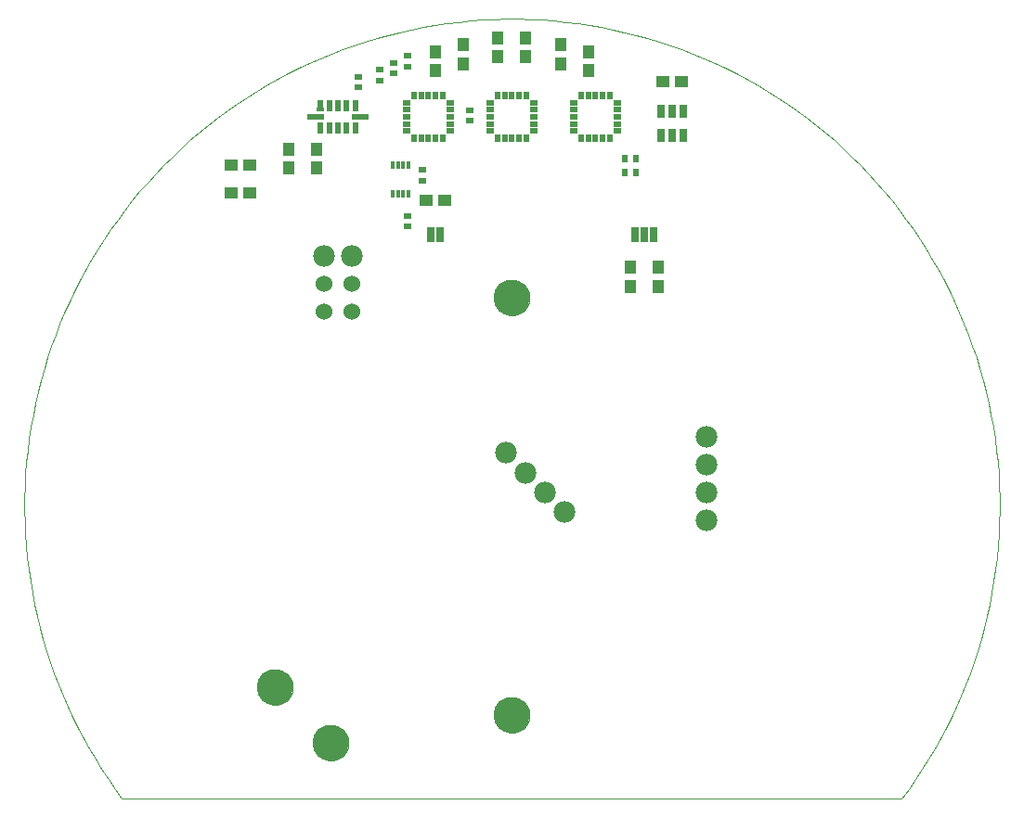
<source format=gts>
G75*
%MOIN*%
%OFA0B0*%
%FSLAX25Y25*%
%IPPOS*%
%LPD*%
%AMOC8*
5,1,8,0,0,1.08239X$1,22.5*
%
%ADD10C,0.00000*%
%ADD11C,0.12998*%
%ADD12R,0.04337X0.04731*%
%ADD13C,0.07800*%
%ADD14R,0.02369X0.03943*%
%ADD15R,0.05912X0.02369*%
%ADD16R,0.02953X0.01772*%
%ADD17R,0.02565X0.01975*%
%ADD18R,0.01975X0.02565*%
%ADD19R,0.02800X0.02200*%
%ADD20R,0.01581X0.02959*%
%ADD21R,0.02200X0.02800*%
%ADD22C,0.06000*%
%ADD23R,0.03156X0.04731*%
%ADD24R,0.02762X0.04731*%
%ADD25R,0.04731X0.04337*%
%ADD26R,0.02900X0.05400*%
D10*
X0062200Y0017200D02*
X0342200Y0017200D01*
X0195901Y0047200D02*
X0195903Y0047358D01*
X0195909Y0047516D01*
X0195919Y0047674D01*
X0195933Y0047832D01*
X0195951Y0047989D01*
X0195972Y0048146D01*
X0195998Y0048302D01*
X0196028Y0048458D01*
X0196061Y0048613D01*
X0196099Y0048766D01*
X0196140Y0048919D01*
X0196185Y0049071D01*
X0196234Y0049222D01*
X0196287Y0049371D01*
X0196343Y0049519D01*
X0196403Y0049665D01*
X0196467Y0049810D01*
X0196535Y0049953D01*
X0196606Y0050095D01*
X0196680Y0050235D01*
X0196758Y0050372D01*
X0196840Y0050508D01*
X0196924Y0050642D01*
X0197013Y0050773D01*
X0197104Y0050902D01*
X0197199Y0051029D01*
X0197296Y0051154D01*
X0197397Y0051276D01*
X0197501Y0051395D01*
X0197608Y0051512D01*
X0197718Y0051626D01*
X0197831Y0051737D01*
X0197946Y0051846D01*
X0198064Y0051951D01*
X0198185Y0052053D01*
X0198308Y0052153D01*
X0198434Y0052249D01*
X0198562Y0052342D01*
X0198692Y0052432D01*
X0198825Y0052518D01*
X0198960Y0052602D01*
X0199096Y0052681D01*
X0199235Y0052758D01*
X0199376Y0052830D01*
X0199518Y0052900D01*
X0199662Y0052965D01*
X0199808Y0053027D01*
X0199955Y0053085D01*
X0200104Y0053140D01*
X0200254Y0053191D01*
X0200405Y0053238D01*
X0200557Y0053281D01*
X0200710Y0053320D01*
X0200865Y0053356D01*
X0201020Y0053387D01*
X0201176Y0053415D01*
X0201332Y0053439D01*
X0201489Y0053459D01*
X0201647Y0053475D01*
X0201804Y0053487D01*
X0201963Y0053495D01*
X0202121Y0053499D01*
X0202279Y0053499D01*
X0202437Y0053495D01*
X0202596Y0053487D01*
X0202753Y0053475D01*
X0202911Y0053459D01*
X0203068Y0053439D01*
X0203224Y0053415D01*
X0203380Y0053387D01*
X0203535Y0053356D01*
X0203690Y0053320D01*
X0203843Y0053281D01*
X0203995Y0053238D01*
X0204146Y0053191D01*
X0204296Y0053140D01*
X0204445Y0053085D01*
X0204592Y0053027D01*
X0204738Y0052965D01*
X0204882Y0052900D01*
X0205024Y0052830D01*
X0205165Y0052758D01*
X0205304Y0052681D01*
X0205440Y0052602D01*
X0205575Y0052518D01*
X0205708Y0052432D01*
X0205838Y0052342D01*
X0205966Y0052249D01*
X0206092Y0052153D01*
X0206215Y0052053D01*
X0206336Y0051951D01*
X0206454Y0051846D01*
X0206569Y0051737D01*
X0206682Y0051626D01*
X0206792Y0051512D01*
X0206899Y0051395D01*
X0207003Y0051276D01*
X0207104Y0051154D01*
X0207201Y0051029D01*
X0207296Y0050902D01*
X0207387Y0050773D01*
X0207476Y0050642D01*
X0207560Y0050508D01*
X0207642Y0050372D01*
X0207720Y0050235D01*
X0207794Y0050095D01*
X0207865Y0049953D01*
X0207933Y0049810D01*
X0207997Y0049665D01*
X0208057Y0049519D01*
X0208113Y0049371D01*
X0208166Y0049222D01*
X0208215Y0049071D01*
X0208260Y0048919D01*
X0208301Y0048766D01*
X0208339Y0048613D01*
X0208372Y0048458D01*
X0208402Y0048302D01*
X0208428Y0048146D01*
X0208449Y0047989D01*
X0208467Y0047832D01*
X0208481Y0047674D01*
X0208491Y0047516D01*
X0208497Y0047358D01*
X0208499Y0047200D01*
X0208497Y0047042D01*
X0208491Y0046884D01*
X0208481Y0046726D01*
X0208467Y0046568D01*
X0208449Y0046411D01*
X0208428Y0046254D01*
X0208402Y0046098D01*
X0208372Y0045942D01*
X0208339Y0045787D01*
X0208301Y0045634D01*
X0208260Y0045481D01*
X0208215Y0045329D01*
X0208166Y0045178D01*
X0208113Y0045029D01*
X0208057Y0044881D01*
X0207997Y0044735D01*
X0207933Y0044590D01*
X0207865Y0044447D01*
X0207794Y0044305D01*
X0207720Y0044165D01*
X0207642Y0044028D01*
X0207560Y0043892D01*
X0207476Y0043758D01*
X0207387Y0043627D01*
X0207296Y0043498D01*
X0207201Y0043371D01*
X0207104Y0043246D01*
X0207003Y0043124D01*
X0206899Y0043005D01*
X0206792Y0042888D01*
X0206682Y0042774D01*
X0206569Y0042663D01*
X0206454Y0042554D01*
X0206336Y0042449D01*
X0206215Y0042347D01*
X0206092Y0042247D01*
X0205966Y0042151D01*
X0205838Y0042058D01*
X0205708Y0041968D01*
X0205575Y0041882D01*
X0205440Y0041798D01*
X0205304Y0041719D01*
X0205165Y0041642D01*
X0205024Y0041570D01*
X0204882Y0041500D01*
X0204738Y0041435D01*
X0204592Y0041373D01*
X0204445Y0041315D01*
X0204296Y0041260D01*
X0204146Y0041209D01*
X0203995Y0041162D01*
X0203843Y0041119D01*
X0203690Y0041080D01*
X0203535Y0041044D01*
X0203380Y0041013D01*
X0203224Y0040985D01*
X0203068Y0040961D01*
X0202911Y0040941D01*
X0202753Y0040925D01*
X0202596Y0040913D01*
X0202437Y0040905D01*
X0202279Y0040901D01*
X0202121Y0040901D01*
X0201963Y0040905D01*
X0201804Y0040913D01*
X0201647Y0040925D01*
X0201489Y0040941D01*
X0201332Y0040961D01*
X0201176Y0040985D01*
X0201020Y0041013D01*
X0200865Y0041044D01*
X0200710Y0041080D01*
X0200557Y0041119D01*
X0200405Y0041162D01*
X0200254Y0041209D01*
X0200104Y0041260D01*
X0199955Y0041315D01*
X0199808Y0041373D01*
X0199662Y0041435D01*
X0199518Y0041500D01*
X0199376Y0041570D01*
X0199235Y0041642D01*
X0199096Y0041719D01*
X0198960Y0041798D01*
X0198825Y0041882D01*
X0198692Y0041968D01*
X0198562Y0042058D01*
X0198434Y0042151D01*
X0198308Y0042247D01*
X0198185Y0042347D01*
X0198064Y0042449D01*
X0197946Y0042554D01*
X0197831Y0042663D01*
X0197718Y0042774D01*
X0197608Y0042888D01*
X0197501Y0043005D01*
X0197397Y0043124D01*
X0197296Y0043246D01*
X0197199Y0043371D01*
X0197104Y0043498D01*
X0197013Y0043627D01*
X0196924Y0043758D01*
X0196840Y0043892D01*
X0196758Y0044028D01*
X0196680Y0044165D01*
X0196606Y0044305D01*
X0196535Y0044447D01*
X0196467Y0044590D01*
X0196403Y0044735D01*
X0196343Y0044881D01*
X0196287Y0045029D01*
X0196234Y0045178D01*
X0196185Y0045329D01*
X0196140Y0045481D01*
X0196099Y0045634D01*
X0196061Y0045787D01*
X0196028Y0045942D01*
X0195998Y0046098D01*
X0195972Y0046254D01*
X0195951Y0046411D01*
X0195933Y0046568D01*
X0195919Y0046726D01*
X0195909Y0046884D01*
X0195903Y0047042D01*
X0195901Y0047200D01*
X0130901Y0037200D02*
X0130903Y0037358D01*
X0130909Y0037516D01*
X0130919Y0037674D01*
X0130933Y0037832D01*
X0130951Y0037989D01*
X0130972Y0038146D01*
X0130998Y0038302D01*
X0131028Y0038458D01*
X0131061Y0038613D01*
X0131099Y0038766D01*
X0131140Y0038919D01*
X0131185Y0039071D01*
X0131234Y0039222D01*
X0131287Y0039371D01*
X0131343Y0039519D01*
X0131403Y0039665D01*
X0131467Y0039810D01*
X0131535Y0039953D01*
X0131606Y0040095D01*
X0131680Y0040235D01*
X0131758Y0040372D01*
X0131840Y0040508D01*
X0131924Y0040642D01*
X0132013Y0040773D01*
X0132104Y0040902D01*
X0132199Y0041029D01*
X0132296Y0041154D01*
X0132397Y0041276D01*
X0132501Y0041395D01*
X0132608Y0041512D01*
X0132718Y0041626D01*
X0132831Y0041737D01*
X0132946Y0041846D01*
X0133064Y0041951D01*
X0133185Y0042053D01*
X0133308Y0042153D01*
X0133434Y0042249D01*
X0133562Y0042342D01*
X0133692Y0042432D01*
X0133825Y0042518D01*
X0133960Y0042602D01*
X0134096Y0042681D01*
X0134235Y0042758D01*
X0134376Y0042830D01*
X0134518Y0042900D01*
X0134662Y0042965D01*
X0134808Y0043027D01*
X0134955Y0043085D01*
X0135104Y0043140D01*
X0135254Y0043191D01*
X0135405Y0043238D01*
X0135557Y0043281D01*
X0135710Y0043320D01*
X0135865Y0043356D01*
X0136020Y0043387D01*
X0136176Y0043415D01*
X0136332Y0043439D01*
X0136489Y0043459D01*
X0136647Y0043475D01*
X0136804Y0043487D01*
X0136963Y0043495D01*
X0137121Y0043499D01*
X0137279Y0043499D01*
X0137437Y0043495D01*
X0137596Y0043487D01*
X0137753Y0043475D01*
X0137911Y0043459D01*
X0138068Y0043439D01*
X0138224Y0043415D01*
X0138380Y0043387D01*
X0138535Y0043356D01*
X0138690Y0043320D01*
X0138843Y0043281D01*
X0138995Y0043238D01*
X0139146Y0043191D01*
X0139296Y0043140D01*
X0139445Y0043085D01*
X0139592Y0043027D01*
X0139738Y0042965D01*
X0139882Y0042900D01*
X0140024Y0042830D01*
X0140165Y0042758D01*
X0140304Y0042681D01*
X0140440Y0042602D01*
X0140575Y0042518D01*
X0140708Y0042432D01*
X0140838Y0042342D01*
X0140966Y0042249D01*
X0141092Y0042153D01*
X0141215Y0042053D01*
X0141336Y0041951D01*
X0141454Y0041846D01*
X0141569Y0041737D01*
X0141682Y0041626D01*
X0141792Y0041512D01*
X0141899Y0041395D01*
X0142003Y0041276D01*
X0142104Y0041154D01*
X0142201Y0041029D01*
X0142296Y0040902D01*
X0142387Y0040773D01*
X0142476Y0040642D01*
X0142560Y0040508D01*
X0142642Y0040372D01*
X0142720Y0040235D01*
X0142794Y0040095D01*
X0142865Y0039953D01*
X0142933Y0039810D01*
X0142997Y0039665D01*
X0143057Y0039519D01*
X0143113Y0039371D01*
X0143166Y0039222D01*
X0143215Y0039071D01*
X0143260Y0038919D01*
X0143301Y0038766D01*
X0143339Y0038613D01*
X0143372Y0038458D01*
X0143402Y0038302D01*
X0143428Y0038146D01*
X0143449Y0037989D01*
X0143467Y0037832D01*
X0143481Y0037674D01*
X0143491Y0037516D01*
X0143497Y0037358D01*
X0143499Y0037200D01*
X0143497Y0037042D01*
X0143491Y0036884D01*
X0143481Y0036726D01*
X0143467Y0036568D01*
X0143449Y0036411D01*
X0143428Y0036254D01*
X0143402Y0036098D01*
X0143372Y0035942D01*
X0143339Y0035787D01*
X0143301Y0035634D01*
X0143260Y0035481D01*
X0143215Y0035329D01*
X0143166Y0035178D01*
X0143113Y0035029D01*
X0143057Y0034881D01*
X0142997Y0034735D01*
X0142933Y0034590D01*
X0142865Y0034447D01*
X0142794Y0034305D01*
X0142720Y0034165D01*
X0142642Y0034028D01*
X0142560Y0033892D01*
X0142476Y0033758D01*
X0142387Y0033627D01*
X0142296Y0033498D01*
X0142201Y0033371D01*
X0142104Y0033246D01*
X0142003Y0033124D01*
X0141899Y0033005D01*
X0141792Y0032888D01*
X0141682Y0032774D01*
X0141569Y0032663D01*
X0141454Y0032554D01*
X0141336Y0032449D01*
X0141215Y0032347D01*
X0141092Y0032247D01*
X0140966Y0032151D01*
X0140838Y0032058D01*
X0140708Y0031968D01*
X0140575Y0031882D01*
X0140440Y0031798D01*
X0140304Y0031719D01*
X0140165Y0031642D01*
X0140024Y0031570D01*
X0139882Y0031500D01*
X0139738Y0031435D01*
X0139592Y0031373D01*
X0139445Y0031315D01*
X0139296Y0031260D01*
X0139146Y0031209D01*
X0138995Y0031162D01*
X0138843Y0031119D01*
X0138690Y0031080D01*
X0138535Y0031044D01*
X0138380Y0031013D01*
X0138224Y0030985D01*
X0138068Y0030961D01*
X0137911Y0030941D01*
X0137753Y0030925D01*
X0137596Y0030913D01*
X0137437Y0030905D01*
X0137279Y0030901D01*
X0137121Y0030901D01*
X0136963Y0030905D01*
X0136804Y0030913D01*
X0136647Y0030925D01*
X0136489Y0030941D01*
X0136332Y0030961D01*
X0136176Y0030985D01*
X0136020Y0031013D01*
X0135865Y0031044D01*
X0135710Y0031080D01*
X0135557Y0031119D01*
X0135405Y0031162D01*
X0135254Y0031209D01*
X0135104Y0031260D01*
X0134955Y0031315D01*
X0134808Y0031373D01*
X0134662Y0031435D01*
X0134518Y0031500D01*
X0134376Y0031570D01*
X0134235Y0031642D01*
X0134096Y0031719D01*
X0133960Y0031798D01*
X0133825Y0031882D01*
X0133692Y0031968D01*
X0133562Y0032058D01*
X0133434Y0032151D01*
X0133308Y0032247D01*
X0133185Y0032347D01*
X0133064Y0032449D01*
X0132946Y0032554D01*
X0132831Y0032663D01*
X0132718Y0032774D01*
X0132608Y0032888D01*
X0132501Y0033005D01*
X0132397Y0033124D01*
X0132296Y0033246D01*
X0132199Y0033371D01*
X0132104Y0033498D01*
X0132013Y0033627D01*
X0131924Y0033758D01*
X0131840Y0033892D01*
X0131758Y0034028D01*
X0131680Y0034165D01*
X0131606Y0034305D01*
X0131535Y0034447D01*
X0131467Y0034590D01*
X0131403Y0034735D01*
X0131343Y0034881D01*
X0131287Y0035029D01*
X0131234Y0035178D01*
X0131185Y0035329D01*
X0131140Y0035481D01*
X0131099Y0035634D01*
X0131061Y0035787D01*
X0131028Y0035942D01*
X0130998Y0036098D01*
X0130972Y0036254D01*
X0130951Y0036411D01*
X0130933Y0036568D01*
X0130919Y0036726D01*
X0130909Y0036884D01*
X0130903Y0037042D01*
X0130901Y0037200D01*
X0110901Y0057200D02*
X0110903Y0057358D01*
X0110909Y0057516D01*
X0110919Y0057674D01*
X0110933Y0057832D01*
X0110951Y0057989D01*
X0110972Y0058146D01*
X0110998Y0058302D01*
X0111028Y0058458D01*
X0111061Y0058613D01*
X0111099Y0058766D01*
X0111140Y0058919D01*
X0111185Y0059071D01*
X0111234Y0059222D01*
X0111287Y0059371D01*
X0111343Y0059519D01*
X0111403Y0059665D01*
X0111467Y0059810D01*
X0111535Y0059953D01*
X0111606Y0060095D01*
X0111680Y0060235D01*
X0111758Y0060372D01*
X0111840Y0060508D01*
X0111924Y0060642D01*
X0112013Y0060773D01*
X0112104Y0060902D01*
X0112199Y0061029D01*
X0112296Y0061154D01*
X0112397Y0061276D01*
X0112501Y0061395D01*
X0112608Y0061512D01*
X0112718Y0061626D01*
X0112831Y0061737D01*
X0112946Y0061846D01*
X0113064Y0061951D01*
X0113185Y0062053D01*
X0113308Y0062153D01*
X0113434Y0062249D01*
X0113562Y0062342D01*
X0113692Y0062432D01*
X0113825Y0062518D01*
X0113960Y0062602D01*
X0114096Y0062681D01*
X0114235Y0062758D01*
X0114376Y0062830D01*
X0114518Y0062900D01*
X0114662Y0062965D01*
X0114808Y0063027D01*
X0114955Y0063085D01*
X0115104Y0063140D01*
X0115254Y0063191D01*
X0115405Y0063238D01*
X0115557Y0063281D01*
X0115710Y0063320D01*
X0115865Y0063356D01*
X0116020Y0063387D01*
X0116176Y0063415D01*
X0116332Y0063439D01*
X0116489Y0063459D01*
X0116647Y0063475D01*
X0116804Y0063487D01*
X0116963Y0063495D01*
X0117121Y0063499D01*
X0117279Y0063499D01*
X0117437Y0063495D01*
X0117596Y0063487D01*
X0117753Y0063475D01*
X0117911Y0063459D01*
X0118068Y0063439D01*
X0118224Y0063415D01*
X0118380Y0063387D01*
X0118535Y0063356D01*
X0118690Y0063320D01*
X0118843Y0063281D01*
X0118995Y0063238D01*
X0119146Y0063191D01*
X0119296Y0063140D01*
X0119445Y0063085D01*
X0119592Y0063027D01*
X0119738Y0062965D01*
X0119882Y0062900D01*
X0120024Y0062830D01*
X0120165Y0062758D01*
X0120304Y0062681D01*
X0120440Y0062602D01*
X0120575Y0062518D01*
X0120708Y0062432D01*
X0120838Y0062342D01*
X0120966Y0062249D01*
X0121092Y0062153D01*
X0121215Y0062053D01*
X0121336Y0061951D01*
X0121454Y0061846D01*
X0121569Y0061737D01*
X0121682Y0061626D01*
X0121792Y0061512D01*
X0121899Y0061395D01*
X0122003Y0061276D01*
X0122104Y0061154D01*
X0122201Y0061029D01*
X0122296Y0060902D01*
X0122387Y0060773D01*
X0122476Y0060642D01*
X0122560Y0060508D01*
X0122642Y0060372D01*
X0122720Y0060235D01*
X0122794Y0060095D01*
X0122865Y0059953D01*
X0122933Y0059810D01*
X0122997Y0059665D01*
X0123057Y0059519D01*
X0123113Y0059371D01*
X0123166Y0059222D01*
X0123215Y0059071D01*
X0123260Y0058919D01*
X0123301Y0058766D01*
X0123339Y0058613D01*
X0123372Y0058458D01*
X0123402Y0058302D01*
X0123428Y0058146D01*
X0123449Y0057989D01*
X0123467Y0057832D01*
X0123481Y0057674D01*
X0123491Y0057516D01*
X0123497Y0057358D01*
X0123499Y0057200D01*
X0123497Y0057042D01*
X0123491Y0056884D01*
X0123481Y0056726D01*
X0123467Y0056568D01*
X0123449Y0056411D01*
X0123428Y0056254D01*
X0123402Y0056098D01*
X0123372Y0055942D01*
X0123339Y0055787D01*
X0123301Y0055634D01*
X0123260Y0055481D01*
X0123215Y0055329D01*
X0123166Y0055178D01*
X0123113Y0055029D01*
X0123057Y0054881D01*
X0122997Y0054735D01*
X0122933Y0054590D01*
X0122865Y0054447D01*
X0122794Y0054305D01*
X0122720Y0054165D01*
X0122642Y0054028D01*
X0122560Y0053892D01*
X0122476Y0053758D01*
X0122387Y0053627D01*
X0122296Y0053498D01*
X0122201Y0053371D01*
X0122104Y0053246D01*
X0122003Y0053124D01*
X0121899Y0053005D01*
X0121792Y0052888D01*
X0121682Y0052774D01*
X0121569Y0052663D01*
X0121454Y0052554D01*
X0121336Y0052449D01*
X0121215Y0052347D01*
X0121092Y0052247D01*
X0120966Y0052151D01*
X0120838Y0052058D01*
X0120708Y0051968D01*
X0120575Y0051882D01*
X0120440Y0051798D01*
X0120304Y0051719D01*
X0120165Y0051642D01*
X0120024Y0051570D01*
X0119882Y0051500D01*
X0119738Y0051435D01*
X0119592Y0051373D01*
X0119445Y0051315D01*
X0119296Y0051260D01*
X0119146Y0051209D01*
X0118995Y0051162D01*
X0118843Y0051119D01*
X0118690Y0051080D01*
X0118535Y0051044D01*
X0118380Y0051013D01*
X0118224Y0050985D01*
X0118068Y0050961D01*
X0117911Y0050941D01*
X0117753Y0050925D01*
X0117596Y0050913D01*
X0117437Y0050905D01*
X0117279Y0050901D01*
X0117121Y0050901D01*
X0116963Y0050905D01*
X0116804Y0050913D01*
X0116647Y0050925D01*
X0116489Y0050941D01*
X0116332Y0050961D01*
X0116176Y0050985D01*
X0116020Y0051013D01*
X0115865Y0051044D01*
X0115710Y0051080D01*
X0115557Y0051119D01*
X0115405Y0051162D01*
X0115254Y0051209D01*
X0115104Y0051260D01*
X0114955Y0051315D01*
X0114808Y0051373D01*
X0114662Y0051435D01*
X0114518Y0051500D01*
X0114376Y0051570D01*
X0114235Y0051642D01*
X0114096Y0051719D01*
X0113960Y0051798D01*
X0113825Y0051882D01*
X0113692Y0051968D01*
X0113562Y0052058D01*
X0113434Y0052151D01*
X0113308Y0052247D01*
X0113185Y0052347D01*
X0113064Y0052449D01*
X0112946Y0052554D01*
X0112831Y0052663D01*
X0112718Y0052774D01*
X0112608Y0052888D01*
X0112501Y0053005D01*
X0112397Y0053124D01*
X0112296Y0053246D01*
X0112199Y0053371D01*
X0112104Y0053498D01*
X0112013Y0053627D01*
X0111924Y0053758D01*
X0111840Y0053892D01*
X0111758Y0054028D01*
X0111680Y0054165D01*
X0111606Y0054305D01*
X0111535Y0054447D01*
X0111467Y0054590D01*
X0111403Y0054735D01*
X0111343Y0054881D01*
X0111287Y0055029D01*
X0111234Y0055178D01*
X0111185Y0055329D01*
X0111140Y0055481D01*
X0111099Y0055634D01*
X0111061Y0055787D01*
X0111028Y0055942D01*
X0110998Y0056098D01*
X0110972Y0056254D01*
X0110951Y0056411D01*
X0110933Y0056568D01*
X0110919Y0056726D01*
X0110909Y0056884D01*
X0110903Y0057042D01*
X0110901Y0057200D01*
X0062200Y0017200D02*
X0059670Y0020657D01*
X0057225Y0024176D01*
X0054867Y0027753D01*
X0052597Y0031386D01*
X0050416Y0035075D01*
X0048327Y0038815D01*
X0046330Y0042605D01*
X0044426Y0046443D01*
X0042617Y0050327D01*
X0040903Y0054254D01*
X0039286Y0058221D01*
X0037766Y0062227D01*
X0036345Y0066269D01*
X0035023Y0070344D01*
X0033801Y0074451D01*
X0032680Y0078586D01*
X0031661Y0082747D01*
X0030744Y0086932D01*
X0029929Y0091139D01*
X0029218Y0095363D01*
X0028610Y0099605D01*
X0028107Y0103859D01*
X0027707Y0108125D01*
X0027412Y0112399D01*
X0027222Y0116679D01*
X0027136Y0120963D01*
X0027156Y0125247D01*
X0027280Y0129530D01*
X0027509Y0133808D01*
X0027842Y0138079D01*
X0028280Y0142341D01*
X0028822Y0146591D01*
X0029468Y0150827D01*
X0030218Y0155045D01*
X0031070Y0159244D01*
X0032025Y0163420D01*
X0033082Y0167572D01*
X0034240Y0171697D01*
X0035499Y0175793D01*
X0036857Y0179856D01*
X0038315Y0183885D01*
X0039871Y0187877D01*
X0041524Y0191829D01*
X0043273Y0195740D01*
X0045117Y0199607D01*
X0047056Y0203428D01*
X0049087Y0207200D01*
X0051210Y0210922D01*
X0053423Y0214590D01*
X0055726Y0218203D01*
X0058116Y0221759D01*
X0060593Y0225255D01*
X0063154Y0228689D01*
X0065799Y0232060D01*
X0068525Y0235365D01*
X0071332Y0238602D01*
X0074217Y0241770D01*
X0077178Y0244866D01*
X0080215Y0247889D01*
X0083324Y0250836D01*
X0086505Y0253707D01*
X0089754Y0256498D01*
X0093072Y0259210D01*
X0096454Y0261839D01*
X0099900Y0264385D01*
X0103407Y0266846D01*
X0106974Y0269220D01*
X0110597Y0271506D01*
X0114275Y0273703D01*
X0118006Y0275810D01*
X0121788Y0277824D01*
X0125617Y0279745D01*
X0129493Y0281572D01*
X0133411Y0283303D01*
X0137372Y0284939D01*
X0141371Y0286476D01*
X0145406Y0287916D01*
X0149475Y0289256D01*
X0153576Y0290496D01*
X0157706Y0291636D01*
X0161863Y0292674D01*
X0166044Y0293610D01*
X0170246Y0294443D01*
X0174468Y0295174D01*
X0178706Y0295800D01*
X0182959Y0296323D01*
X0187223Y0296742D01*
X0191495Y0297056D01*
X0195775Y0297266D01*
X0200058Y0297371D01*
X0204342Y0297371D01*
X0208625Y0297266D01*
X0212905Y0297056D01*
X0217177Y0296742D01*
X0221441Y0296323D01*
X0225694Y0295800D01*
X0229932Y0295174D01*
X0234154Y0294443D01*
X0238356Y0293610D01*
X0242537Y0292674D01*
X0246694Y0291636D01*
X0250824Y0290496D01*
X0254925Y0289256D01*
X0258994Y0287916D01*
X0263029Y0286476D01*
X0267028Y0284939D01*
X0270989Y0283303D01*
X0274907Y0281572D01*
X0278783Y0279745D01*
X0282612Y0277824D01*
X0286394Y0275810D01*
X0290125Y0273703D01*
X0293803Y0271506D01*
X0297426Y0269220D01*
X0300993Y0266846D01*
X0304500Y0264385D01*
X0307946Y0261839D01*
X0311328Y0259210D01*
X0314646Y0256498D01*
X0317895Y0253707D01*
X0321076Y0250836D01*
X0324185Y0247889D01*
X0327222Y0244866D01*
X0330183Y0241770D01*
X0333068Y0238602D01*
X0335875Y0235365D01*
X0338601Y0232060D01*
X0341246Y0228689D01*
X0343807Y0225255D01*
X0346284Y0221759D01*
X0348674Y0218203D01*
X0350977Y0214590D01*
X0353190Y0210922D01*
X0355313Y0207200D01*
X0357344Y0203428D01*
X0359283Y0199607D01*
X0361127Y0195740D01*
X0362876Y0191829D01*
X0364529Y0187877D01*
X0366085Y0183885D01*
X0367543Y0179856D01*
X0368901Y0175793D01*
X0370160Y0171697D01*
X0371318Y0167572D01*
X0372375Y0163420D01*
X0373330Y0159244D01*
X0374182Y0155045D01*
X0374932Y0150827D01*
X0375578Y0146591D01*
X0376120Y0142341D01*
X0376558Y0138079D01*
X0376891Y0133808D01*
X0377120Y0129530D01*
X0377244Y0125247D01*
X0377264Y0120963D01*
X0377178Y0116679D01*
X0376988Y0112399D01*
X0376693Y0108125D01*
X0376293Y0103859D01*
X0375790Y0099605D01*
X0375182Y0095363D01*
X0374471Y0091139D01*
X0373656Y0086932D01*
X0372739Y0082747D01*
X0371720Y0078586D01*
X0370599Y0074451D01*
X0369377Y0070344D01*
X0368055Y0066269D01*
X0366634Y0062227D01*
X0365114Y0058221D01*
X0363497Y0054254D01*
X0361783Y0050327D01*
X0359974Y0046443D01*
X0358070Y0042605D01*
X0356073Y0038815D01*
X0353984Y0035075D01*
X0351803Y0031386D01*
X0349533Y0027753D01*
X0347175Y0024176D01*
X0344730Y0020657D01*
X0342200Y0017200D01*
X0195901Y0197200D02*
X0195903Y0197358D01*
X0195909Y0197516D01*
X0195919Y0197674D01*
X0195933Y0197832D01*
X0195951Y0197989D01*
X0195972Y0198146D01*
X0195998Y0198302D01*
X0196028Y0198458D01*
X0196061Y0198613D01*
X0196099Y0198766D01*
X0196140Y0198919D01*
X0196185Y0199071D01*
X0196234Y0199222D01*
X0196287Y0199371D01*
X0196343Y0199519D01*
X0196403Y0199665D01*
X0196467Y0199810D01*
X0196535Y0199953D01*
X0196606Y0200095D01*
X0196680Y0200235D01*
X0196758Y0200372D01*
X0196840Y0200508D01*
X0196924Y0200642D01*
X0197013Y0200773D01*
X0197104Y0200902D01*
X0197199Y0201029D01*
X0197296Y0201154D01*
X0197397Y0201276D01*
X0197501Y0201395D01*
X0197608Y0201512D01*
X0197718Y0201626D01*
X0197831Y0201737D01*
X0197946Y0201846D01*
X0198064Y0201951D01*
X0198185Y0202053D01*
X0198308Y0202153D01*
X0198434Y0202249D01*
X0198562Y0202342D01*
X0198692Y0202432D01*
X0198825Y0202518D01*
X0198960Y0202602D01*
X0199096Y0202681D01*
X0199235Y0202758D01*
X0199376Y0202830D01*
X0199518Y0202900D01*
X0199662Y0202965D01*
X0199808Y0203027D01*
X0199955Y0203085D01*
X0200104Y0203140D01*
X0200254Y0203191D01*
X0200405Y0203238D01*
X0200557Y0203281D01*
X0200710Y0203320D01*
X0200865Y0203356D01*
X0201020Y0203387D01*
X0201176Y0203415D01*
X0201332Y0203439D01*
X0201489Y0203459D01*
X0201647Y0203475D01*
X0201804Y0203487D01*
X0201963Y0203495D01*
X0202121Y0203499D01*
X0202279Y0203499D01*
X0202437Y0203495D01*
X0202596Y0203487D01*
X0202753Y0203475D01*
X0202911Y0203459D01*
X0203068Y0203439D01*
X0203224Y0203415D01*
X0203380Y0203387D01*
X0203535Y0203356D01*
X0203690Y0203320D01*
X0203843Y0203281D01*
X0203995Y0203238D01*
X0204146Y0203191D01*
X0204296Y0203140D01*
X0204445Y0203085D01*
X0204592Y0203027D01*
X0204738Y0202965D01*
X0204882Y0202900D01*
X0205024Y0202830D01*
X0205165Y0202758D01*
X0205304Y0202681D01*
X0205440Y0202602D01*
X0205575Y0202518D01*
X0205708Y0202432D01*
X0205838Y0202342D01*
X0205966Y0202249D01*
X0206092Y0202153D01*
X0206215Y0202053D01*
X0206336Y0201951D01*
X0206454Y0201846D01*
X0206569Y0201737D01*
X0206682Y0201626D01*
X0206792Y0201512D01*
X0206899Y0201395D01*
X0207003Y0201276D01*
X0207104Y0201154D01*
X0207201Y0201029D01*
X0207296Y0200902D01*
X0207387Y0200773D01*
X0207476Y0200642D01*
X0207560Y0200508D01*
X0207642Y0200372D01*
X0207720Y0200235D01*
X0207794Y0200095D01*
X0207865Y0199953D01*
X0207933Y0199810D01*
X0207997Y0199665D01*
X0208057Y0199519D01*
X0208113Y0199371D01*
X0208166Y0199222D01*
X0208215Y0199071D01*
X0208260Y0198919D01*
X0208301Y0198766D01*
X0208339Y0198613D01*
X0208372Y0198458D01*
X0208402Y0198302D01*
X0208428Y0198146D01*
X0208449Y0197989D01*
X0208467Y0197832D01*
X0208481Y0197674D01*
X0208491Y0197516D01*
X0208497Y0197358D01*
X0208499Y0197200D01*
X0208497Y0197042D01*
X0208491Y0196884D01*
X0208481Y0196726D01*
X0208467Y0196568D01*
X0208449Y0196411D01*
X0208428Y0196254D01*
X0208402Y0196098D01*
X0208372Y0195942D01*
X0208339Y0195787D01*
X0208301Y0195634D01*
X0208260Y0195481D01*
X0208215Y0195329D01*
X0208166Y0195178D01*
X0208113Y0195029D01*
X0208057Y0194881D01*
X0207997Y0194735D01*
X0207933Y0194590D01*
X0207865Y0194447D01*
X0207794Y0194305D01*
X0207720Y0194165D01*
X0207642Y0194028D01*
X0207560Y0193892D01*
X0207476Y0193758D01*
X0207387Y0193627D01*
X0207296Y0193498D01*
X0207201Y0193371D01*
X0207104Y0193246D01*
X0207003Y0193124D01*
X0206899Y0193005D01*
X0206792Y0192888D01*
X0206682Y0192774D01*
X0206569Y0192663D01*
X0206454Y0192554D01*
X0206336Y0192449D01*
X0206215Y0192347D01*
X0206092Y0192247D01*
X0205966Y0192151D01*
X0205838Y0192058D01*
X0205708Y0191968D01*
X0205575Y0191882D01*
X0205440Y0191798D01*
X0205304Y0191719D01*
X0205165Y0191642D01*
X0205024Y0191570D01*
X0204882Y0191500D01*
X0204738Y0191435D01*
X0204592Y0191373D01*
X0204445Y0191315D01*
X0204296Y0191260D01*
X0204146Y0191209D01*
X0203995Y0191162D01*
X0203843Y0191119D01*
X0203690Y0191080D01*
X0203535Y0191044D01*
X0203380Y0191013D01*
X0203224Y0190985D01*
X0203068Y0190961D01*
X0202911Y0190941D01*
X0202753Y0190925D01*
X0202596Y0190913D01*
X0202437Y0190905D01*
X0202279Y0190901D01*
X0202121Y0190901D01*
X0201963Y0190905D01*
X0201804Y0190913D01*
X0201647Y0190925D01*
X0201489Y0190941D01*
X0201332Y0190961D01*
X0201176Y0190985D01*
X0201020Y0191013D01*
X0200865Y0191044D01*
X0200710Y0191080D01*
X0200557Y0191119D01*
X0200405Y0191162D01*
X0200254Y0191209D01*
X0200104Y0191260D01*
X0199955Y0191315D01*
X0199808Y0191373D01*
X0199662Y0191435D01*
X0199518Y0191500D01*
X0199376Y0191570D01*
X0199235Y0191642D01*
X0199096Y0191719D01*
X0198960Y0191798D01*
X0198825Y0191882D01*
X0198692Y0191968D01*
X0198562Y0192058D01*
X0198434Y0192151D01*
X0198308Y0192247D01*
X0198185Y0192347D01*
X0198064Y0192449D01*
X0197946Y0192554D01*
X0197831Y0192663D01*
X0197718Y0192774D01*
X0197608Y0192888D01*
X0197501Y0193005D01*
X0197397Y0193124D01*
X0197296Y0193246D01*
X0197199Y0193371D01*
X0197104Y0193498D01*
X0197013Y0193627D01*
X0196924Y0193758D01*
X0196840Y0193892D01*
X0196758Y0194028D01*
X0196680Y0194165D01*
X0196606Y0194305D01*
X0196535Y0194447D01*
X0196467Y0194590D01*
X0196403Y0194735D01*
X0196343Y0194881D01*
X0196287Y0195029D01*
X0196234Y0195178D01*
X0196185Y0195329D01*
X0196140Y0195481D01*
X0196099Y0195634D01*
X0196061Y0195787D01*
X0196028Y0195942D01*
X0195998Y0196098D01*
X0195972Y0196254D01*
X0195951Y0196411D01*
X0195933Y0196568D01*
X0195919Y0196726D01*
X0195909Y0196884D01*
X0195903Y0197042D01*
X0195901Y0197200D01*
D11*
X0202200Y0197200D03*
X0117200Y0057200D03*
X0137200Y0037200D03*
X0202200Y0047200D03*
D12*
X0244700Y0201354D03*
X0244700Y0208046D03*
X0254700Y0208046D03*
X0254700Y0201354D03*
X0229700Y0278854D03*
X0229700Y0285546D03*
X0219700Y0288046D03*
X0219700Y0281354D03*
X0207200Y0283854D03*
X0207200Y0290546D03*
X0197200Y0290546D03*
X0197200Y0283854D03*
X0184700Y0281354D03*
X0184700Y0288046D03*
X0174700Y0285546D03*
X0174700Y0278854D03*
X0132200Y0250546D03*
X0132200Y0243854D03*
X0122200Y0243854D03*
X0122200Y0250546D03*
D13*
X0134700Y0212200D03*
X0144700Y0212200D03*
X0199987Y0141413D03*
X0207058Y0134342D03*
X0214129Y0127271D03*
X0221200Y0120200D03*
X0272200Y0117200D03*
X0272200Y0127200D03*
X0272200Y0137200D03*
X0272200Y0147200D03*
D14*
X0145999Y0258263D03*
X0142850Y0258263D03*
X0139700Y0258263D03*
X0136550Y0258263D03*
X0133401Y0258263D03*
X0133401Y0266137D03*
X0136550Y0266137D03*
X0139700Y0266137D03*
X0142850Y0266137D03*
X0145999Y0266137D03*
D15*
X0147771Y0262200D03*
X0131629Y0262200D03*
D16*
X0133302Y0264857D03*
D17*
X0164228Y0264759D03*
X0164228Y0262200D03*
X0164228Y0259641D03*
X0164228Y0257082D03*
X0164228Y0267318D03*
X0180172Y0267318D03*
X0180172Y0264759D03*
X0180172Y0262200D03*
X0180172Y0259641D03*
X0180172Y0257082D03*
X0194228Y0257082D03*
X0194228Y0259641D03*
X0194228Y0262200D03*
X0194228Y0264759D03*
X0194228Y0267318D03*
X0210172Y0267318D03*
X0210172Y0264759D03*
X0210172Y0262200D03*
X0210172Y0259641D03*
X0210172Y0257082D03*
X0224228Y0257082D03*
X0224228Y0259641D03*
X0224228Y0262200D03*
X0224228Y0264759D03*
X0224228Y0267318D03*
X0240172Y0267318D03*
X0240172Y0264759D03*
X0240172Y0262200D03*
X0240172Y0259641D03*
X0240172Y0257082D03*
D18*
X0237318Y0254621D03*
X0234759Y0254621D03*
X0232200Y0254621D03*
X0229641Y0254621D03*
X0227082Y0254621D03*
X0227082Y0269779D03*
X0229641Y0269779D03*
X0232200Y0269779D03*
X0234759Y0269779D03*
X0237318Y0269779D03*
X0207318Y0269779D03*
X0204759Y0269779D03*
X0202200Y0269779D03*
X0199641Y0269779D03*
X0197082Y0269779D03*
X0197082Y0254621D03*
X0199641Y0254621D03*
X0202200Y0254621D03*
X0204759Y0254621D03*
X0207318Y0254621D03*
X0177318Y0254621D03*
X0174759Y0254621D03*
X0172200Y0254621D03*
X0169641Y0254621D03*
X0167082Y0254621D03*
X0167082Y0269779D03*
X0169641Y0269779D03*
X0172200Y0269779D03*
X0174759Y0269779D03*
X0177318Y0269779D03*
D19*
X0187200Y0264600D03*
X0187200Y0260800D03*
X0170200Y0243100D03*
X0170200Y0239300D03*
X0164700Y0226600D03*
X0164700Y0222800D03*
X0147200Y0272800D03*
X0147200Y0276600D03*
X0154700Y0275300D03*
X0154700Y0279100D03*
X0159700Y0277800D03*
X0159700Y0281600D03*
X0164700Y0280300D03*
X0164700Y0284100D03*
D20*
X0165153Y0244917D03*
X0163184Y0244917D03*
X0161216Y0244917D03*
X0159247Y0244917D03*
X0159247Y0234483D03*
X0161216Y0234483D03*
X0163184Y0234483D03*
X0165153Y0234483D03*
D21*
X0242800Y0242200D03*
X0246600Y0242200D03*
X0246600Y0247200D03*
X0242800Y0247200D03*
D22*
X0144700Y0202200D03*
X0134700Y0202200D03*
X0134700Y0192200D03*
X0144700Y0192200D03*
D23*
X0259700Y0255369D03*
X0259700Y0264031D03*
D24*
X0255763Y0264031D03*
X0263637Y0264031D03*
X0263637Y0255369D03*
X0255763Y0255369D03*
D25*
X0256354Y0274700D03*
X0263046Y0274700D03*
X0178046Y0232200D03*
X0171354Y0232200D03*
X0108046Y0234700D03*
X0101354Y0234700D03*
X0101354Y0244700D03*
X0108046Y0244700D03*
D26*
X0173100Y0219700D03*
X0176300Y0219700D03*
X0246500Y0219700D03*
X0249700Y0219700D03*
X0252900Y0219700D03*
M02*

</source>
